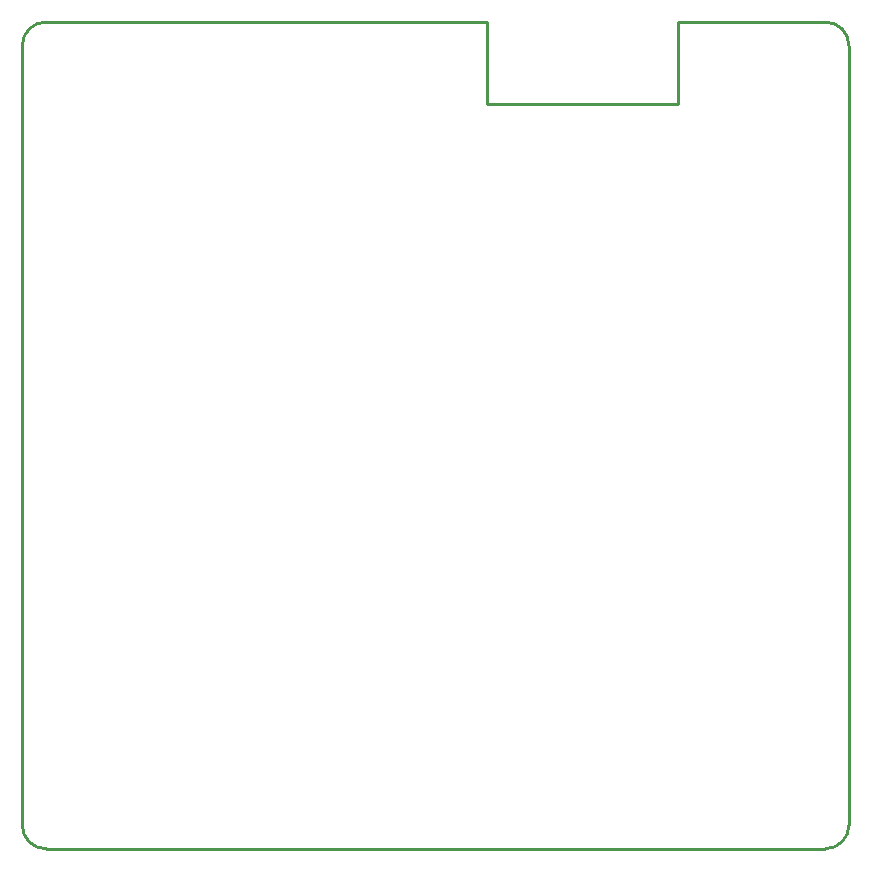
<source format=gko>
G04 Layer: BoardOutline*
G04 EasyEDA v6.4.19.4, 2021-06-08T16:32:54+08:00*
G04 a09ed18009a84ab5a87bbd9c58a990bc,2444bf6f38dc4a26b464d521983d9d6f,10*
G04 Gerber Generator version 0.2*
G04 Scale: 100 percent, Rotated: No, Reflected: No *
G04 Dimensions in millimeters *
G04 leading zeros omitted , absolute positions ,4 integer and 5 decimal *
%FSLAX45Y45*%
%MOMM*%

%ADD10C,0.2540*%
D10*
X5272801Y2967400D02*
G01*
X5272801Y-3632598D01*
X2208339Y3167400D02*
G01*
X-1527200Y3167400D01*
X5072888Y3167379D02*
G01*
X3822700Y3167379D01*
X2208339Y3167400D02*
G01*
X2208339Y2476500D01*
X3822700Y2476500D01*
X3822700Y3167400D01*
X-1727200Y-3632598D02*
G01*
X-1727200Y2967400D01*
X5072799Y-3832600D02*
G01*
X-1527200Y-3832600D01*
G75*
G01*
X-1727200Y2967401D02*
G02*
X-1527200Y3167400I200000J0D01*
G75*
G01*
X-1527200Y-3832601D02*
G02*
X-1727200Y-3632599I0J200000D01*
G75*
G01*
X5272801Y-3632599D02*
G02*
X5072799Y-3832601I-199999J-2D01*
G75*
G01*
X5072799Y3167400D02*
G02*
X5272801Y2967401I3J-199999D01*

%LPD*%
M02*

</source>
